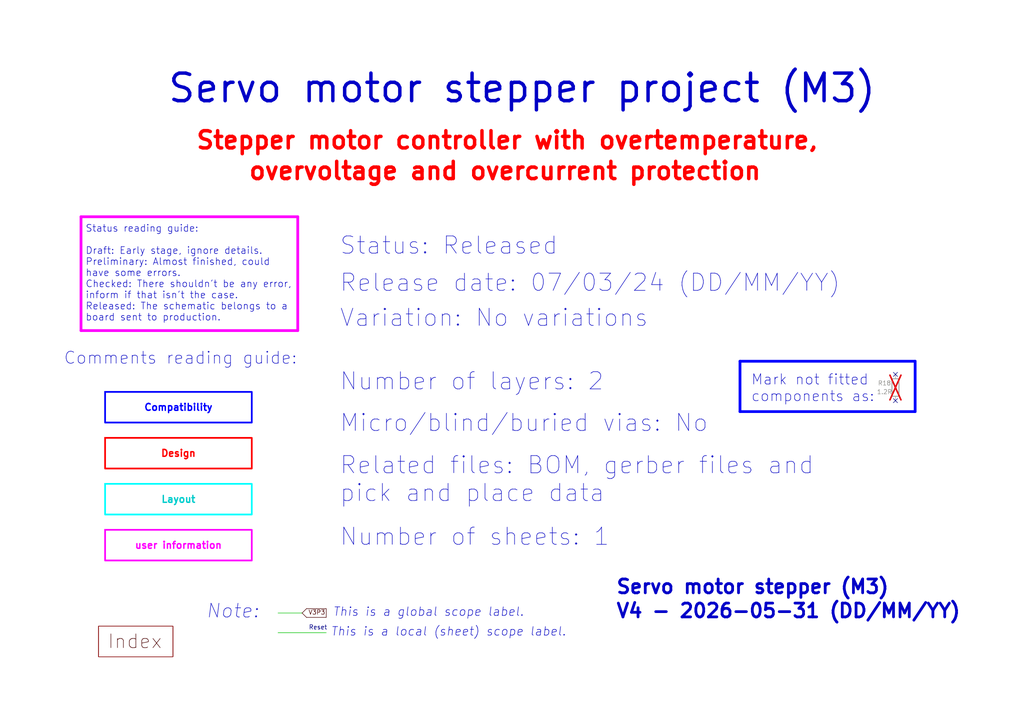
<source format=kicad_sch>
(kicad_sch (version 20231120) (generator "eeschema") (generator_version "8.0")
  (paper "A4")
  (title_block (title "Servo motor stepper - M3  project") (date "2024-09-23") (rev "V4"))
  (lib_symbols
    (symbol "Device:R" (pin_numbers hide) (pin_names (offset 0))
      (property "Reference" "R" (at 2.032 0 90))
      (property "Value" "R" (at 0 0 90))
      (symbol "R_0_1"
        (rectangle (start -1.016 -2.54) (end 1.016 2.54) (stroke (width 0.254)))
      )
      (symbol "R_1_1"
        (pin passive line (at 0 3.81 270) (length 1.27) (name "~") (number "1"))
        (pin passive line (at 0 -3.81 90) (length 1.27) (name "~") (number "2"))
      )
    )
  )
  (no_connect (at 259.715 108.585))
  (no_connect (at 259.715 116.205))
  (polyline (pts (xy 88.9 176.53) (xy 94.615 176.53)) (stroke (width 0) (color 72 0 0 1)))
  (polyline (pts (xy 214.63 104.775) (xy 265.43 104.775)) (stroke (width 0.8) (type solid) (color 0 0 255 1)))
  (polyline (pts (xy 23.495 95.885) (xy 23.495 62.865)) (stroke (width 0.8) (color 255 0 255 1)))
  (polyline (pts (xy 80.645 177.8) (xy 87.63 177.8)) (stroke (width 0) (color 0 194 0 1)))
  (polyline (pts (xy 87.63 177.8) (xy 88.9 179.07)) (stroke (width 0) (color 72 0 0 1)))
  (polyline (pts (xy 86.36 95.885) (xy 23.495 95.885)) (stroke (width 0.8) (color 255 0 255 1)))
  (polyline (pts (xy 265.43 119.38) (xy 214.63 119.38)) (stroke (width 0.8) (type solid) (color 0 0 255 1)))
  (polyline (pts (xy 265.43 104.775) (xy 265.43 119.38)) (stroke (width 0.8) (type solid) (color 0 0 255 1)))
  (polyline (pts (xy 88.9 179.07) (xy 94.615 179.07)) (stroke (width 0) (color 72 0 0 1)))
  (polyline (pts (xy 23.495 62.865) (xy 86.36 62.865)) (stroke (width 0.8) (color 255 0 255 1)))
  (polyline (pts (xy 80.645 183.515) (xy 94.615 183.515)) (stroke (width 0) (color 0 194 0 1)))
  (polyline (pts (xy 86.36 62.865) (xy 86.36 95.885)) (stroke (width 0.8) (color 255 0 255 1)))
  (polyline (pts (xy 94.615 176.53) (xy 94.615 179.07)) (stroke (width 0) (color 72 0 0 1)))
  (polyline (pts (xy 214.63 119.38) (xy 214.63 104.775)) (stroke (width 0.8) (type solid) (color 0 0 255 1)))
  (polyline (pts (xy 87.63 177.8) (xy 88.9 176.53)) (stroke (width 0) (color 72 0 0 1)))
  (text_box "Design" (at 30.48 127 0) (size 42.545 8.89) (stroke (width 0.5) (color 255 0 0 1)) (effects (font (size 2 2) (thickness 0.4) (bold yes))))
  (text_box "user information" (at 30.48 153.67 0) (size 42.545 8.89) (stroke (width 0.5) (color 255 0 255 1)) (effects (font (size 2 2) (thickness 0.4) (bold yes))))
  (text_box "Compatibility" (at 30.48 113.665 0) (size 42.545 8.89) (stroke (width 0.5) (color 0 0 255 1)) (effects (font (size 2 2) (thickness 0.4) (bold yes))))
  (text_box "Layout" (at 30.48 140.335 0) (size 42.545 8.89) (stroke (width 0.5) (color 0 255 255 1)) (effects (font (size 2 2) (thickness 0.4) (bold yes))))
  (text "Variation: No variations" (at 98.425 95.25 0) (effects (font (size 5 5)) (justify left bottom)))
  (text "${REVISION} - ${CURRENT_DATE} (DD/MM/YY)" (at 178.435 179.705 0) (effects (font (size 4 4) (thickness 0.8) (bold yes)) (justify left bottom)))
  (text "Status reading guide:\n\nDraft: Early stage, ignore details.\nPreliminary: Almost finished, could\nhave some errors.\nChecked: There shouldn't be any error,\ninform if that isn't the case.\nReleased: The schematic belongs to a \nboard sent to production." (at 24.765 93.345 0) (effects (font (size 2 2)) (justify left bottom)))
  (text "Servo motor stepper project (M3)" (at 48.26 30.48 0) (effects (font (size 8 8) (thickness 1) (bold yes)) (justify left bottom)))
  (text "This is a global scope label." (at 96.52 179.07 0) (effects (font (size 2.5 2.5) (italic yes)) (justify left bottom)))
  (text "Micro/blind/buried vias: No" (at 98.425 125.73 0) (effects (font (size 5 5)) (justify left bottom)))
  (text "Status: Released" (at 98.425 74.295 0) (effects (font (size 5 5)) (justify left bottom)))
  (text "Comments reading guide:" (at 18.415 106.045 0) (effects (font (size 3.5 3.5)) (justify left bottom)))
  (text "overvoltage and overcurrent protection" (at 71.755 52.705 0) (effects (font (size 5 5) (thickness 1) (bold yes)) (justify left bottom)))
  (text "Reset" (at 89.535 182.88 0) (effects (font (size 1.27 1.27)) (justify left bottom)))
  (text "Note:" (at 59.69 179.705 0) (effects (font (size 4 4) (italic yes)) (justify left bottom)))
  (text "Stepper motor controller with overtemperature," (at 56.515 43.815 0) (effects (font (size 5 5) (thickness 1) (bold yes)) (justify left bottom)))
  (text "Related files: BOM, gerber files and\npick and place data" (at 98.425 146.05 0) (effects (font (size 5 5)) (justify left bottom)))
  (text "Number of sheets: 1" (at 98.425 158.75 0) (effects (font (size 5 5)) (justify left bottom)))
  (text "This is a local (sheet) scope label." (at 95.885 184.785 0) (effects (font (size 2.5 2.5) (italic yes)) (justify left bottom)))
  (text "Index" (at 31.115 188.595 0) (effects (font (size 4 4)) (justify left bottom)))
  (text "Mark not fitted\ncomponents as:" (at 217.805 116.84 0) (effects (font (size 3 3)) (justify left bottom)))
  (text "Number of layers: 2" (at 98.425 113.665 0) (effects (font (size 5 5)) (justify left bottom)))
  (text "Release date: 07/03/24 (DD/MM/YY)" (at 98.425 85.09 0) (effects (font (size 5 5)) (justify left bottom)))
  (text "V3P3" (at 89.408 178.562 0) (effects (font (size 1.27 1.27)) (justify left bottom)))
  (text "Servo motor stepper (M3)" (at 178.435 172.72 0) (effects (font (size 4 4) (thickness 0.8) (bold yes)) (justify left bottom)))
  (symbol (lib_id "Device:R") (at 259.715 112.395 0) (unit 1) (exclude_from_sim yes) (in_bom no) (on_board no) (dnp yes)
    (property "Reference" "R18" (at 256.54 111.125 0))
    (property "Value" "1.2R" (at 256.54 113.665 0))
    (property "Footprint" "Resistor_SMD:R_0402_1005Metric" (effects (hide yes)))
  )
  (sheet (at 28.575 181.61) (size 21.59 8.89) (stroke (width 0.1524))
    (property "Sheetname" "index" (effects (hide yes)))
    (property "Sheetfile" "index.kicad_sch" (effects (hide yes)))
  )
)
</source>
